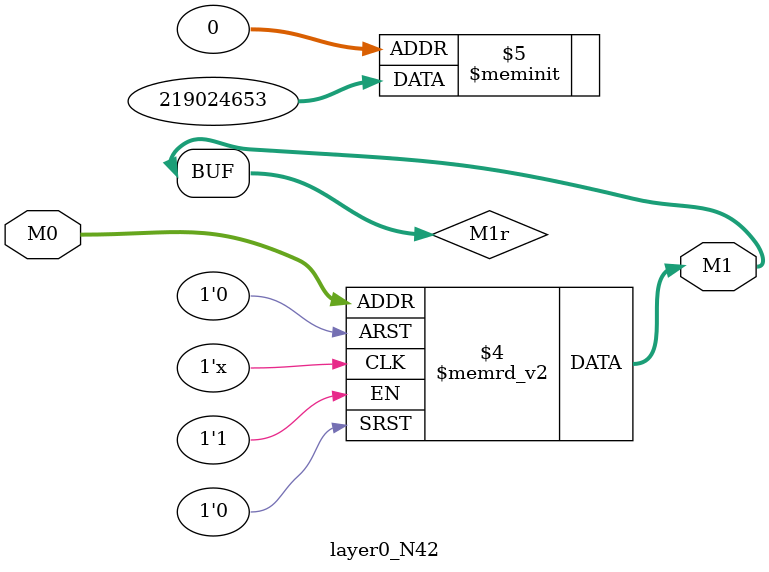
<source format=v>
module layer0_N42 ( input [3:0] M0, output [1:0] M1 );

	(*rom_style = "distributed" *) reg [1:0] M1r;
	assign M1 = M1r;
	always @ (M0) begin
		case (M0)
			4'b0000: M1r = 2'b01;
			4'b1000: M1r = 2'b10;
			4'b0100: M1r = 2'b01;
			4'b1100: M1r = 2'b01;
			4'b0010: M1r = 2'b00;
			4'b1010: M1r = 2'b00;
			4'b0110: M1r = 2'b00;
			4'b1110: M1r = 2'b00;
			4'b0001: M1r = 2'b11;
			4'b1001: M1r = 2'b11;
			4'b0101: M1r = 2'b11;
			4'b1101: M1r = 2'b11;
			4'b0011: M1r = 2'b00;
			4'b1011: M1r = 2'b00;
			4'b0111: M1r = 2'b00;
			4'b1111: M1r = 2'b00;

		endcase
	end
endmodule

</source>
